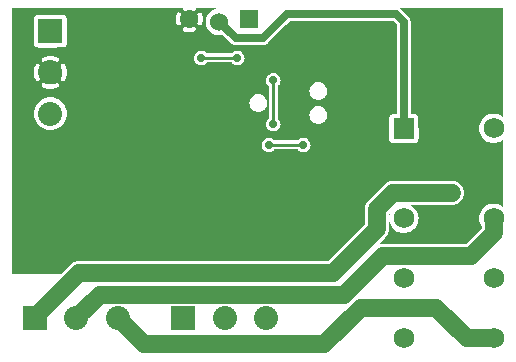
<source format=gbr>
G04 start of page 3 for group 1 idx 1 *
G04 Title: (unknown), bottom *
G04 Creator: pcb 4.0.2 *
G04 CreationDate: Wed Oct 14 23:21:47 2020 UTC *
G04 For: ndholmes *
G04 Format: Gerber/RS-274X *
G04 PCB-Dimensions (mil): 1700.00 1200.00 *
G04 PCB-Coordinate-Origin: lower left *
%MOIN*%
%FSLAX25Y25*%
%LNBOTTOM*%
%ADD35C,0.0390*%
%ADD34C,0.0380*%
%ADD33C,0.0472*%
%ADD32C,0.0130*%
%ADD31C,0.0280*%
%ADD30C,0.0680*%
%ADD29C,0.0800*%
%ADD28C,0.0400*%
%ADD27C,0.0100*%
%ADD26C,0.0250*%
%ADD25C,0.0600*%
%ADD24C,0.0001*%
G54D24*G36*
X19166Y103500D02*X22500D01*
Y89000D01*
X19166D01*
Y93810D01*
X19251Y93846D01*
X19352Y93908D01*
X19442Y93984D01*
X19518Y94074D01*
X19578Y94176D01*
X19795Y94645D01*
X19962Y95134D01*
X20082Y95637D01*
X20155Y96149D01*
X20179Y96665D01*
X20155Y97181D01*
X20082Y97693D01*
X19962Y98196D01*
X19795Y98685D01*
X19583Y99157D01*
X19522Y99258D01*
X19445Y99349D01*
X19355Y99426D01*
X19253Y99488D01*
X19166Y99525D01*
Y103500D01*
G37*
G36*
X14675D02*X19166D01*
Y99525D01*
X19144Y99534D01*
X19028Y99562D01*
X18910Y99571D01*
X18792Y99562D01*
X18676Y99535D01*
X18566Y99489D01*
X18465Y99427D01*
X18375Y99351D01*
X18297Y99260D01*
X18235Y99159D01*
X18189Y99050D01*
X18162Y98934D01*
X18152Y98816D01*
X18161Y98697D01*
X18189Y98582D01*
X18236Y98473D01*
X18394Y98133D01*
X18515Y97777D01*
X18603Y97412D01*
X18655Y97040D01*
X18673Y96665D01*
X18655Y96290D01*
X18603Y95918D01*
X18515Y95553D01*
X18394Y95197D01*
X18240Y94855D01*
X18193Y94747D01*
X18166Y94632D01*
X18156Y94514D01*
X18166Y94397D01*
X18194Y94282D01*
X18239Y94173D01*
X18301Y94072D01*
X18378Y93983D01*
X18468Y93906D01*
X18568Y93845D01*
X18677Y93800D01*
X18792Y93772D01*
X18910Y93763D01*
X19028Y93773D01*
X19142Y93800D01*
X19166Y93810D01*
Y89000D01*
X14675D01*
Y91159D01*
X15189Y91183D01*
X15701Y91256D01*
X16204Y91376D01*
X16693Y91543D01*
X17165Y91755D01*
X17266Y91816D01*
X17357Y91893D01*
X17434Y91983D01*
X17496Y92085D01*
X17542Y92194D01*
X17570Y92310D01*
X17579Y92428D01*
X17570Y92546D01*
X17543Y92662D01*
X17497Y92772D01*
X17435Y92873D01*
X17359Y92963D01*
X17268Y93041D01*
X17167Y93103D01*
X17058Y93149D01*
X16942Y93176D01*
X16824Y93186D01*
X16705Y93177D01*
X16590Y93149D01*
X16481Y93102D01*
X16141Y92944D01*
X15785Y92823D01*
X15420Y92735D01*
X15048Y92683D01*
X14675Y92665D01*
Y100665D01*
X15048Y100647D01*
X15420Y100595D01*
X15785Y100507D01*
X16141Y100386D01*
X16483Y100232D01*
X16591Y100185D01*
X16706Y100158D01*
X16824Y100148D01*
X16941Y100158D01*
X17056Y100186D01*
X17165Y100231D01*
X17266Y100293D01*
X17355Y100370D01*
X17432Y100460D01*
X17493Y100560D01*
X17538Y100669D01*
X17566Y100784D01*
X17575Y100902D01*
X17565Y101020D01*
X17538Y101134D01*
X17492Y101243D01*
X17430Y101344D01*
X17354Y101434D01*
X17264Y101510D01*
X17162Y101570D01*
X16693Y101787D01*
X16204Y101954D01*
X15701Y102074D01*
X15189Y102147D01*
X14675Y102171D01*
Y103500D01*
G37*
G36*
X10180D02*X14675D01*
Y102171D01*
X14673Y102171D01*
X14157Y102147D01*
X13645Y102074D01*
X13142Y101954D01*
X12653Y101787D01*
X12181Y101575D01*
X12080Y101514D01*
X11989Y101437D01*
X11912Y101347D01*
X11850Y101245D01*
X11804Y101136D01*
X11776Y101020D01*
X11767Y100902D01*
X11776Y100784D01*
X11803Y100668D01*
X11849Y100558D01*
X11911Y100457D01*
X11987Y100367D01*
X12078Y100289D01*
X12179Y100227D01*
X12288Y100181D01*
X12404Y100154D01*
X12522Y100144D01*
X12641Y100153D01*
X12756Y100181D01*
X12865Y100228D01*
X13205Y100386D01*
X13561Y100507D01*
X13926Y100595D01*
X14298Y100647D01*
X14673Y100665D01*
X14675Y100665D01*
Y92665D01*
X14673Y92665D01*
X14298Y92683D01*
X13926Y92735D01*
X13561Y92823D01*
X13205Y92944D01*
X12863Y93098D01*
X12755Y93145D01*
X12640Y93172D01*
X12522Y93182D01*
X12405Y93172D01*
X12290Y93144D01*
X12181Y93099D01*
X12080Y93037D01*
X11991Y92960D01*
X11914Y92870D01*
X11853Y92770D01*
X11808Y92661D01*
X11780Y92546D01*
X11771Y92428D01*
X11781Y92310D01*
X11808Y92196D01*
X11854Y92087D01*
X11916Y91986D01*
X11992Y91896D01*
X12082Y91820D01*
X12184Y91760D01*
X12653Y91543D01*
X13142Y91376D01*
X13645Y91256D01*
X14157Y91183D01*
X14673Y91159D01*
X14675Y91159D01*
Y89000D01*
X10180D01*
Y93805D01*
X10202Y93796D01*
X10318Y93768D01*
X10436Y93759D01*
X10554Y93768D01*
X10670Y93795D01*
X10780Y93841D01*
X10881Y93903D01*
X10971Y93979D01*
X11049Y94070D01*
X11111Y94171D01*
X11157Y94280D01*
X11184Y94396D01*
X11194Y94514D01*
X11185Y94633D01*
X11157Y94748D01*
X11110Y94857D01*
X10952Y95197D01*
X10831Y95553D01*
X10743Y95918D01*
X10691Y96290D01*
X10673Y96665D01*
X10691Y97040D01*
X10743Y97412D01*
X10831Y97777D01*
X10952Y98133D01*
X11106Y98475D01*
X11153Y98583D01*
X11180Y98698D01*
X11190Y98816D01*
X11180Y98933D01*
X11152Y99048D01*
X11107Y99157D01*
X11045Y99258D01*
X10968Y99347D01*
X10878Y99424D01*
X10778Y99485D01*
X10669Y99530D01*
X10554Y99558D01*
X10436Y99567D01*
X10318Y99557D01*
X10204Y99530D01*
X10180Y99520D01*
Y103500D01*
G37*
G36*
X7000D02*X10180D01*
Y99520D01*
X10095Y99484D01*
X9994Y99422D01*
X9904Y99346D01*
X9828Y99256D01*
X9768Y99154D01*
X9551Y98685D01*
X9384Y98196D01*
X9264Y97693D01*
X9191Y97181D01*
X9167Y96665D01*
X9191Y96149D01*
X9264Y95637D01*
X9384Y95134D01*
X9551Y94645D01*
X9763Y94173D01*
X9824Y94072D01*
X9901Y93981D01*
X9991Y93904D01*
X10093Y93842D01*
X10180Y93805D01*
Y89000D01*
X7000D01*
Y103500D01*
G37*
G36*
X61002Y117500D02*X61289Y117486D01*
X61575Y117444D01*
X61855Y117376D01*
X62128Y117280D01*
X62239Y117242D01*
X62356Y117225D01*
X62474Y117225D01*
X62591Y117245D01*
X62703Y117282D01*
X62807Y117336D01*
X62902Y117406D01*
X62985Y117491D01*
X63054Y117587D01*
X63107Y117692D01*
X63143Y117805D01*
X63160Y117921D01*
X63160Y118000D01*
X65000D01*
Y116450D01*
X64970Y116481D01*
X64875Y116551D01*
X64769Y116606D01*
X64657Y116643D01*
X64540Y116663D01*
X64421Y116664D01*
X64304Y116646D01*
X64191Y116610D01*
X64085Y116557D01*
X63988Y116488D01*
X63904Y116405D01*
X63833Y116309D01*
X63779Y116204D01*
X63741Y116092D01*
X63722Y115975D01*
X63721Y115856D01*
X63739Y115739D01*
X63777Y115626D01*
X63876Y115355D01*
X63944Y115075D01*
X63986Y114789D01*
X64000Y114500D01*
X63986Y114211D01*
X63944Y113925D01*
X63876Y113645D01*
X63780Y113372D01*
X63742Y113261D01*
X63725Y113144D01*
X63725Y113026D01*
X63745Y112909D01*
X63782Y112797D01*
X63836Y112693D01*
X63906Y112598D01*
X63991Y112515D01*
X64087Y112446D01*
X64192Y112393D01*
X64305Y112357D01*
X64421Y112340D01*
X64539Y112341D01*
X64656Y112360D01*
X64768Y112397D01*
X64873Y112452D01*
X64968Y112522D01*
X65000Y112555D01*
Y103907D01*
X64623Y103878D01*
X64256Y103790D01*
X63907Y103645D01*
X63585Y103448D01*
X63298Y103202D01*
X63052Y102915D01*
X62855Y102593D01*
X62710Y102244D01*
X62622Y101877D01*
X62593Y101500D01*
X62622Y101123D01*
X62710Y100756D01*
X62855Y100407D01*
X63052Y100085D01*
X63298Y99798D01*
X63585Y99552D01*
X63907Y99355D01*
X64256Y99210D01*
X64623Y99122D01*
X65000Y99093D01*
Y33750D01*
X61002D01*
Y109995D01*
X61433Y110016D01*
X61863Y110078D01*
X62284Y110182D01*
X62694Y110325D01*
X62800Y110378D01*
X62896Y110447D01*
X62981Y110530D01*
X63051Y110625D01*
X63106Y110731D01*
X63143Y110843D01*
X63163Y110960D01*
X63164Y111079D01*
X63146Y111196D01*
X63110Y111309D01*
X63057Y111415D01*
X62988Y111512D01*
X62905Y111596D01*
X62809Y111667D01*
X62704Y111721D01*
X62592Y111759D01*
X62475Y111778D01*
X62356Y111779D01*
X62239Y111761D01*
X62126Y111723D01*
X61855Y111624D01*
X61575Y111556D01*
X61289Y111514D01*
X61002Y111500D01*
Y117500D01*
G37*
G36*
X57387Y118000D02*X58837D01*
X58836Y117921D01*
X58854Y117804D01*
X58890Y117691D01*
X58943Y117585D01*
X59012Y117488D01*
X59095Y117404D01*
X59191Y117333D01*
X59296Y117279D01*
X59408Y117241D01*
X59525Y117222D01*
X59644Y117221D01*
X59761Y117239D01*
X59874Y117277D01*
X60145Y117376D01*
X60425Y117444D01*
X60711Y117486D01*
X61000Y117500D01*
X61002Y117500D01*
Y111500D01*
X61000Y111500D01*
X60711Y111514D01*
X60425Y111556D01*
X60145Y111624D01*
X59872Y111720D01*
X59761Y111758D01*
X59644Y111775D01*
X59526Y111775D01*
X59409Y111755D01*
X59297Y111718D01*
X59193Y111664D01*
X59098Y111594D01*
X59015Y111509D01*
X58946Y111413D01*
X58893Y111308D01*
X58857Y111195D01*
X58840Y111079D01*
X58841Y110961D01*
X58860Y110844D01*
X58897Y110732D01*
X58952Y110627D01*
X59022Y110532D01*
X59106Y110449D01*
X59202Y110381D01*
X59308Y110330D01*
X59716Y110182D01*
X60137Y110078D01*
X60567Y110016D01*
X61000Y109995D01*
X61002Y109995D01*
Y33750D01*
X57387D01*
Y112349D01*
X57460Y112337D01*
X57579Y112336D01*
X57696Y112354D01*
X57809Y112390D01*
X57915Y112443D01*
X58012Y112512D01*
X58096Y112595D01*
X58167Y112691D01*
X58221Y112796D01*
X58259Y112908D01*
X58278Y113025D01*
X58279Y113144D01*
X58261Y113261D01*
X58223Y113374D01*
X58124Y113645D01*
X58056Y113925D01*
X58014Y114211D01*
X58000Y114500D01*
X58014Y114789D01*
X58056Y115075D01*
X58124Y115355D01*
X58220Y115628D01*
X58258Y115739D01*
X58275Y115856D01*
X58275Y115974D01*
X58255Y116091D01*
X58218Y116203D01*
X58164Y116307D01*
X58094Y116402D01*
X58009Y116485D01*
X57913Y116554D01*
X57808Y116607D01*
X57695Y116643D01*
X57579Y116660D01*
X57461Y116659D01*
X57387Y116647D01*
Y118000D01*
G37*
G36*
X19166D02*X57387D01*
Y116647D01*
X57344Y116640D01*
X57232Y116603D01*
X57127Y116548D01*
X57032Y116478D01*
X56949Y116394D01*
X56881Y116298D01*
X56830Y116192D01*
X56682Y115784D01*
X56578Y115363D01*
X56516Y114933D01*
X56495Y114500D01*
X56516Y114067D01*
X56578Y113637D01*
X56682Y113216D01*
X56825Y112806D01*
X56878Y112700D01*
X56947Y112604D01*
X57030Y112519D01*
X57125Y112449D01*
X57231Y112394D01*
X57343Y112357D01*
X57387Y112349D01*
Y33750D01*
X24407D01*
X24250Y33762D01*
X23622Y33713D01*
X23010Y33566D01*
X22428Y33325D01*
X21892Y32996D01*
X21892Y32996D01*
X21413Y32587D01*
X21311Y32468D01*
X19166Y30322D01*
Y79691D01*
X19589Y80381D01*
X19920Y81181D01*
X20122Y82023D01*
X20173Y82886D01*
X20122Y83749D01*
X19920Y84591D01*
X19589Y85391D01*
X19166Y86081D01*
Y93810D01*
X19251Y93846D01*
X19352Y93908D01*
X19442Y93984D01*
X19518Y94074D01*
X19578Y94176D01*
X19795Y94645D01*
X19962Y95134D01*
X20082Y95637D01*
X20155Y96149D01*
X20179Y96665D01*
X20155Y97181D01*
X20082Y97693D01*
X19962Y98196D01*
X19795Y98685D01*
X19583Y99157D01*
X19522Y99258D01*
X19445Y99349D01*
X19355Y99426D01*
X19253Y99488D01*
X19166Y99525D01*
Y105025D01*
X19356Y105104D01*
X19557Y105228D01*
X19737Y105381D01*
X19890Y105561D01*
X20014Y105762D01*
X20104Y105980D01*
X20159Y106210D01*
X20173Y106445D01*
X20159Y114680D01*
X20104Y114910D01*
X20014Y115128D01*
X19890Y115329D01*
X19737Y115509D01*
X19557Y115662D01*
X19356Y115786D01*
X19166Y115865D01*
Y118000D01*
G37*
G36*
Y86081D02*X19136Y86129D01*
X18574Y86787D01*
X17916Y87349D01*
X17178Y87802D01*
X16378Y88133D01*
X15536Y88335D01*
X14673Y88403D01*
Y91159D01*
X15189Y91183D01*
X15701Y91256D01*
X16204Y91376D01*
X16693Y91543D01*
X17165Y91755D01*
X17266Y91816D01*
X17357Y91893D01*
X17434Y91983D01*
X17496Y92085D01*
X17542Y92194D01*
X17570Y92310D01*
X17579Y92428D01*
X17570Y92546D01*
X17543Y92662D01*
X17497Y92772D01*
X17435Y92873D01*
X17359Y92963D01*
X17268Y93041D01*
X17167Y93103D01*
X17058Y93149D01*
X16942Y93176D01*
X16824Y93186D01*
X16705Y93177D01*
X16590Y93149D01*
X16481Y93102D01*
X16141Y92944D01*
X15785Y92823D01*
X15420Y92735D01*
X15048Y92683D01*
X14673Y92665D01*
Y100665D01*
X15048Y100647D01*
X15420Y100595D01*
X15785Y100507D01*
X16141Y100386D01*
X16483Y100232D01*
X16591Y100185D01*
X16706Y100158D01*
X16824Y100148D01*
X16941Y100158D01*
X17056Y100186D01*
X17165Y100231D01*
X17266Y100293D01*
X17355Y100370D01*
X17432Y100460D01*
X17493Y100560D01*
X17538Y100669D01*
X17566Y100784D01*
X17575Y100902D01*
X17565Y101020D01*
X17538Y101134D01*
X17492Y101243D01*
X17430Y101344D01*
X17354Y101434D01*
X17264Y101510D01*
X17162Y101570D01*
X16693Y101787D01*
X16204Y101954D01*
X15701Y102074D01*
X15189Y102147D01*
X14673Y102171D01*
Y104952D01*
X18908Y104959D01*
X19138Y105014D01*
X19166Y105025D01*
Y99525D01*
X19144Y99534D01*
X19028Y99562D01*
X18910Y99571D01*
X18792Y99562D01*
X18676Y99535D01*
X18566Y99489D01*
X18465Y99427D01*
X18375Y99351D01*
X18297Y99260D01*
X18235Y99159D01*
X18189Y99050D01*
X18162Y98934D01*
X18152Y98816D01*
X18161Y98697D01*
X18189Y98582D01*
X18236Y98473D01*
X18394Y98133D01*
X18515Y97777D01*
X18603Y97412D01*
X18655Y97040D01*
X18673Y96665D01*
X18655Y96290D01*
X18603Y95918D01*
X18515Y95553D01*
X18394Y95197D01*
X18240Y94855D01*
X18193Y94747D01*
X18166Y94632D01*
X18156Y94514D01*
X18166Y94397D01*
X18194Y94282D01*
X18239Y94173D01*
X18301Y94072D01*
X18378Y93983D01*
X18468Y93906D01*
X18568Y93845D01*
X18677Y93800D01*
X18792Y93772D01*
X18910Y93763D01*
X19028Y93773D01*
X19142Y93800D01*
X19166Y93810D01*
Y86081D01*
G37*
G36*
Y30322D02*X18343Y29500D01*
X14673D01*
Y77369D01*
X15536Y77437D01*
X16378Y77639D01*
X17178Y77970D01*
X17916Y78423D01*
X18574Y78985D01*
X19136Y79643D01*
X19166Y79691D01*
Y30322D01*
G37*
G36*
X14673Y118000D02*X19166D01*
Y115865D01*
X19138Y115876D01*
X18908Y115931D01*
X18673Y115945D01*
X14673Y115938D01*
Y118000D01*
G37*
G36*
X10180Y79691D02*X10210Y79643D01*
X10772Y78985D01*
X11430Y78423D01*
X12168Y77970D01*
X12968Y77639D01*
X13810Y77437D01*
X14673Y77369D01*
Y29500D01*
X10180D01*
Y79691D01*
G37*
G36*
Y105025D02*X10208Y105014D01*
X10438Y104959D01*
X10673Y104945D01*
X14673Y104952D01*
Y102171D01*
X14673D01*
X14157Y102147D01*
X13645Y102074D01*
X13142Y101954D01*
X12653Y101787D01*
X12181Y101575D01*
X12080Y101514D01*
X11989Y101437D01*
X11912Y101347D01*
X11850Y101245D01*
X11804Y101136D01*
X11776Y101020D01*
X11767Y100902D01*
X11776Y100784D01*
X11803Y100668D01*
X11849Y100558D01*
X11911Y100457D01*
X11987Y100367D01*
X12078Y100289D01*
X12179Y100227D01*
X12288Y100181D01*
X12404Y100154D01*
X12522Y100144D01*
X12641Y100153D01*
X12756Y100181D01*
X12865Y100228D01*
X13205Y100386D01*
X13561Y100507D01*
X13926Y100595D01*
X14298Y100647D01*
X14673Y100665D01*
Y92665D01*
X14298Y92683D01*
X13926Y92735D01*
X13561Y92823D01*
X13205Y92944D01*
X12863Y93098D01*
X12755Y93145D01*
X12640Y93172D01*
X12522Y93182D01*
X12405Y93172D01*
X12290Y93144D01*
X12181Y93099D01*
X12080Y93037D01*
X11991Y92960D01*
X11914Y92870D01*
X11853Y92770D01*
X11808Y92661D01*
X11780Y92546D01*
X11771Y92428D01*
X11781Y92310D01*
X11808Y92196D01*
X11854Y92087D01*
X11916Y91986D01*
X11992Y91896D01*
X12082Y91820D01*
X12184Y91760D01*
X12653Y91543D01*
X13142Y91376D01*
X13645Y91256D01*
X14157Y91183D01*
X14673Y91159D01*
X14673D01*
Y88403D01*
X13810Y88335D01*
X12968Y88133D01*
X12168Y87802D01*
X11430Y87349D01*
X10772Y86787D01*
X10210Y86129D01*
X10180Y86081D01*
Y93805D01*
X10202Y93796D01*
X10318Y93768D01*
X10436Y93759D01*
X10554Y93768D01*
X10670Y93795D01*
X10780Y93841D01*
X10881Y93903D01*
X10971Y93979D01*
X11049Y94070D01*
X11111Y94171D01*
X11157Y94280D01*
X11184Y94396D01*
X11194Y94514D01*
X11185Y94633D01*
X11157Y94748D01*
X11110Y94857D01*
X10952Y95197D01*
X10831Y95553D01*
X10743Y95918D01*
X10691Y96290D01*
X10673Y96665D01*
X10691Y97040D01*
X10743Y97412D01*
X10831Y97777D01*
X10952Y98133D01*
X11106Y98475D01*
X11153Y98583D01*
X11180Y98698D01*
X11190Y98816D01*
X11180Y98933D01*
X11152Y99048D01*
X11107Y99157D01*
X11045Y99258D01*
X10968Y99347D01*
X10878Y99424D01*
X10778Y99485D01*
X10669Y99530D01*
X10554Y99558D01*
X10436Y99567D01*
X10318Y99557D01*
X10204Y99530D01*
X10180Y99520D01*
Y105025D01*
G37*
G36*
Y118000D02*X14673D01*
Y115938D01*
X10438Y115931D01*
X10208Y115876D01*
X10180Y115865D01*
Y118000D01*
G37*
G36*
X2000D02*X10180D01*
Y115865D01*
X9990Y115786D01*
X9789Y115662D01*
X9609Y115509D01*
X9456Y115329D01*
X9332Y115128D01*
X9242Y114910D01*
X9187Y114680D01*
X9173Y114445D01*
X9187Y106210D01*
X9242Y105980D01*
X9332Y105762D01*
X9456Y105561D01*
X9609Y105381D01*
X9789Y105228D01*
X9990Y105104D01*
X10180Y105025D01*
Y99520D01*
X10095Y99484D01*
X9994Y99422D01*
X9904Y99346D01*
X9828Y99256D01*
X9768Y99154D01*
X9551Y98685D01*
X9384Y98196D01*
X9264Y97693D01*
X9191Y97181D01*
X9167Y96665D01*
X9191Y96149D01*
X9264Y95637D01*
X9384Y95134D01*
X9551Y94645D01*
X9763Y94173D01*
X9824Y94072D01*
X9901Y93981D01*
X9991Y93904D01*
X10093Y93842D01*
X10180Y93805D01*
Y86081D01*
X9757Y85391D01*
X9426Y84591D01*
X9224Y83749D01*
X9156Y82886D01*
X9224Y82023D01*
X9426Y81181D01*
X9757Y80381D01*
X10180Y79691D01*
Y29500D01*
X2000D01*
Y118000D01*
G37*
G36*
X103995Y113750D02*X129068D01*
X130250Y112568D01*
Y82889D01*
X128865Y82886D01*
X128635Y82831D01*
X128417Y82741D01*
X128216Y82617D01*
X128036Y82464D01*
X127883Y82284D01*
X127759Y82083D01*
X127669Y81865D01*
X127614Y81635D01*
X127600Y81400D01*
X127614Y74365D01*
X127669Y74135D01*
X127759Y73917D01*
X127883Y73716D01*
X128036Y73536D01*
X128216Y73383D01*
X128417Y73259D01*
X128635Y73169D01*
X128865Y73114D01*
X129100Y73100D01*
X136135Y73114D01*
X136365Y73169D01*
X136583Y73259D01*
X136784Y73383D01*
X136964Y73536D01*
X137117Y73716D01*
X137241Y73917D01*
X137331Y74135D01*
X137386Y74365D01*
X137400Y74600D01*
X137386Y81635D01*
X137331Y81865D01*
X137241Y82083D01*
X137117Y82284D01*
X136964Y82464D01*
X136784Y82617D01*
X136583Y82741D01*
X136365Y82831D01*
X136135Y82886D01*
X135900Y82900D01*
X134750Y82898D01*
Y113412D01*
X134757Y113500D01*
X134729Y113853D01*
X134646Y114197D01*
X134607Y114293D01*
X134511Y114525D01*
X134396Y114712D01*
X134326Y114827D01*
X134326Y114827D01*
X134096Y115096D01*
X134029Y115153D01*
X132185Y116997D01*
X132145Y117093D01*
X131948Y117415D01*
X131702Y117702D01*
X131415Y117948D01*
X131330Y118000D01*
X165500D01*
Y81882D01*
X165389Y81976D01*
X164731Y82379D01*
X164019Y82675D01*
X163269Y82855D01*
X162500Y82915D01*
X161731Y82855D01*
X160981Y82675D01*
X160269Y82379D01*
X159611Y81976D01*
X159024Y81476D01*
X158524Y80889D01*
X158121Y80231D01*
X157825Y79519D01*
X157645Y78769D01*
X157585Y78000D01*
X157645Y77231D01*
X157825Y76481D01*
X158121Y75769D01*
X158524Y75111D01*
X159024Y74524D01*
X159611Y74024D01*
X160269Y73621D01*
X160981Y73325D01*
X161731Y73145D01*
X162500Y73085D01*
X163269Y73145D01*
X164019Y73325D01*
X164731Y73621D01*
X165389Y74024D01*
X165500Y74118D01*
Y51882D01*
X165389Y51976D01*
X164731Y52379D01*
X164019Y52675D01*
X163269Y52855D01*
X162500Y52915D01*
X161731Y52855D01*
X160981Y52675D01*
X160269Y52379D01*
X159611Y51976D01*
X159024Y51476D01*
X158524Y50889D01*
X158121Y50231D01*
X157825Y49519D01*
X157645Y48769D01*
X157585Y48000D01*
X157645Y47231D01*
X157825Y46481D01*
X158121Y45769D01*
X158500Y45149D01*
Y44657D01*
X153343Y39500D01*
X125657D01*
X125500Y39512D01*
X124872Y39463D01*
X124260Y39316D01*
X123770Y39113D01*
X126218Y41561D01*
X126337Y41663D01*
X126746Y42141D01*
X126746Y42142D01*
X127075Y42678D01*
X127316Y43260D01*
X127463Y43872D01*
X127512Y44500D01*
X127500Y44657D01*
Y49343D01*
X127931Y49774D01*
X127825Y49519D01*
X127645Y48769D01*
X127585Y48000D01*
X127645Y47231D01*
X127825Y46481D01*
X128121Y45769D01*
X128524Y45111D01*
X129024Y44524D01*
X129611Y44024D01*
X130269Y43621D01*
X130981Y43325D01*
X131731Y43145D01*
X132500Y43085D01*
X133269Y43145D01*
X134019Y43325D01*
X134731Y43621D01*
X135389Y44024D01*
X135976Y44524D01*
X136476Y45111D01*
X136879Y45769D01*
X137175Y46481D01*
X137355Y47231D01*
X137400Y48000D01*
X137355Y48769D01*
X137175Y49519D01*
X136879Y50231D01*
X136476Y50889D01*
X135976Y51476D01*
X135389Y51976D01*
X134731Y52379D01*
X134440Y52500D01*
X146500D01*
X147000Y52530D01*
X147500Y52500D01*
X148500D01*
X149128Y52537D01*
X149740Y52684D01*
X150322Y52925D01*
X150858Y53254D01*
X151337Y53663D01*
X151746Y54142D01*
X152075Y54678D01*
X152316Y55260D01*
X152463Y55872D01*
X152512Y56500D01*
X152463Y57128D01*
X152316Y57740D01*
X152075Y58322D01*
X151746Y58858D01*
X151337Y59337D01*
X150858Y59746D01*
X150322Y60075D01*
X149740Y60316D01*
X149128Y60463D01*
X148500Y60500D01*
X147500D01*
X147000Y60470D01*
X146500Y60500D01*
X129157D01*
X129000Y60512D01*
X128372Y60463D01*
X127760Y60316D01*
X127178Y60075D01*
X126642Y59746D01*
X126641Y59746D01*
X126163Y59337D01*
X126061Y59218D01*
X120782Y53939D01*
X120663Y53837D01*
X120254Y53358D01*
X119925Y52822D01*
X119684Y52240D01*
X119537Y51628D01*
X119488Y51000D01*
X119500Y50843D01*
Y46157D01*
X107093Y33750D01*
X103995D01*
Y79541D01*
X104000Y79541D01*
X104463Y79577D01*
X104914Y79686D01*
X105343Y79863D01*
X105739Y80106D01*
X106092Y80408D01*
X106394Y80761D01*
X106637Y81157D01*
X106814Y81586D01*
X106923Y82037D01*
X106950Y82500D01*
X106923Y82963D01*
X106814Y83414D01*
X106637Y83843D01*
X106394Y84239D01*
X106092Y84592D01*
X105739Y84894D01*
X105343Y85137D01*
X104914Y85314D01*
X104463Y85423D01*
X104000Y85459D01*
X103995Y85459D01*
Y87541D01*
X104000Y87541D01*
X104463Y87577D01*
X104914Y87686D01*
X105343Y87863D01*
X105739Y88106D01*
X106092Y88408D01*
X106394Y88761D01*
X106637Y89157D01*
X106814Y89586D01*
X106923Y90037D01*
X106950Y90500D01*
X106923Y90963D01*
X106814Y91414D01*
X106637Y91843D01*
X106394Y92239D01*
X106092Y92592D01*
X105739Y92894D01*
X105343Y93137D01*
X104914Y93314D01*
X104463Y93423D01*
X104000Y93459D01*
X103995Y93459D01*
Y113750D01*
G37*
G36*
X93246Y112564D02*X94432Y113750D01*
X103995D01*
Y93459D01*
X103537Y93423D01*
X103086Y93314D01*
X102657Y93137D01*
X102261Y92894D01*
X101908Y92592D01*
X101606Y92239D01*
X101363Y91843D01*
X101186Y91414D01*
X101077Y90963D01*
X101041Y90500D01*
X101077Y90037D01*
X101186Y89586D01*
X101363Y89157D01*
X101606Y88761D01*
X101908Y88408D01*
X102261Y88106D01*
X102657Y87863D01*
X103086Y87686D01*
X103537Y87577D01*
X103995Y87541D01*
Y85459D01*
X103537Y85423D01*
X103086Y85314D01*
X102657Y85137D01*
X102261Y84894D01*
X101908Y84592D01*
X101606Y84239D01*
X101363Y83843D01*
X101186Y83414D01*
X101077Y82963D01*
X101041Y82500D01*
X101077Y82037D01*
X101186Y81586D01*
X101363Y81157D01*
X101606Y80761D01*
X101908Y80408D01*
X102261Y80106D01*
X102657Y79863D01*
X103086Y79686D01*
X103537Y79577D01*
X103995Y79541D01*
Y33750D01*
X93246D01*
Y71000D01*
X97125D01*
X97298Y70798D01*
X97585Y70552D01*
X97907Y70355D01*
X98256Y70210D01*
X98623Y70122D01*
X99000Y70093D01*
X99377Y70122D01*
X99744Y70210D01*
X100093Y70355D01*
X100415Y70552D01*
X100702Y70798D01*
X100948Y71085D01*
X101145Y71407D01*
X101290Y71756D01*
X101378Y72123D01*
X101400Y72500D01*
X101378Y72877D01*
X101290Y73244D01*
X101145Y73593D01*
X100948Y73915D01*
X100702Y74202D01*
X100415Y74448D01*
X100093Y74645D01*
X99744Y74790D01*
X99377Y74878D01*
X99000Y74907D01*
X98623Y74878D01*
X98256Y74790D01*
X97907Y74645D01*
X97585Y74448D01*
X97298Y74202D01*
X97125Y74000D01*
X93246D01*
Y112564D01*
G37*
G36*
X88996Y70622D02*X89202Y70798D01*
X89375Y71000D01*
X93246D01*
Y33750D01*
X88996D01*
Y70622D01*
G37*
G36*
Y108314D02*X93246Y112564D01*
Y74000D01*
X89375D01*
X89202Y74202D01*
X88996Y74378D01*
Y77093D01*
X89000Y77093D01*
X89377Y77122D01*
X89744Y77210D01*
X90093Y77355D01*
X90415Y77552D01*
X90702Y77798D01*
X90948Y78085D01*
X91145Y78407D01*
X91290Y78756D01*
X91378Y79123D01*
X91400Y79500D01*
X91378Y79877D01*
X91290Y80244D01*
X91145Y80593D01*
X90948Y80915D01*
X90702Y81202D01*
X90500Y81375D01*
Y92125D01*
X90702Y92298D01*
X90948Y92585D01*
X91145Y92907D01*
X91290Y93256D01*
X91378Y93623D01*
X91400Y94000D01*
X91378Y94377D01*
X91290Y94744D01*
X91145Y95093D01*
X90948Y95415D01*
X90702Y95702D01*
X90415Y95948D01*
X90093Y96145D01*
X89744Y96290D01*
X89377Y96378D01*
X89000Y96407D01*
X88996Y96407D01*
Y108314D01*
G37*
G36*
X83995Y105750D02*X85412D01*
X85500Y105743D01*
X85853Y105771D01*
X85853Y105771D01*
X86197Y105854D01*
X86525Y105989D01*
X86827Y106174D01*
X87096Y106404D01*
X87153Y106471D01*
X88996Y108314D01*
Y96407D01*
X88623Y96378D01*
X88256Y96290D01*
X87907Y96145D01*
X87585Y95948D01*
X87298Y95702D01*
X87052Y95415D01*
X86855Y95093D01*
X86710Y94744D01*
X86622Y94377D01*
X86593Y94000D01*
X86622Y93623D01*
X86710Y93256D01*
X86855Y92907D01*
X87052Y92585D01*
X87298Y92298D01*
X87500Y92125D01*
Y81375D01*
X87298Y81202D01*
X87052Y80915D01*
X86855Y80593D01*
X86710Y80244D01*
X86622Y79877D01*
X86593Y79500D01*
X86622Y79123D01*
X86710Y78756D01*
X86855Y78407D01*
X87052Y78085D01*
X87298Y77798D01*
X87585Y77552D01*
X87907Y77355D01*
X88256Y77210D01*
X88623Y77122D01*
X88996Y77093D01*
Y74378D01*
X88915Y74448D01*
X88593Y74645D01*
X88244Y74790D01*
X87877Y74878D01*
X87500Y74907D01*
X87123Y74878D01*
X86756Y74790D01*
X86407Y74645D01*
X86085Y74448D01*
X85798Y74202D01*
X85552Y73915D01*
X85355Y73593D01*
X85210Y73244D01*
X85122Y72877D01*
X85093Y72500D01*
X85122Y72123D01*
X85210Y71756D01*
X85355Y71407D01*
X85552Y71085D01*
X85798Y70798D01*
X86085Y70552D01*
X86407Y70355D01*
X86756Y70210D01*
X87123Y70122D01*
X87500Y70093D01*
X87877Y70122D01*
X88244Y70210D01*
X88593Y70355D01*
X88915Y70552D01*
X88996Y70622D01*
Y33750D01*
X83995D01*
Y83541D01*
X84000Y83541D01*
X84463Y83577D01*
X84914Y83686D01*
X85343Y83863D01*
X85739Y84106D01*
X86092Y84408D01*
X86394Y84761D01*
X86637Y85157D01*
X86814Y85586D01*
X86923Y86037D01*
X86950Y86500D01*
X86923Y86963D01*
X86814Y87414D01*
X86637Y87843D01*
X86394Y88239D01*
X86092Y88592D01*
X85739Y88894D01*
X85343Y89137D01*
X84914Y89314D01*
X84463Y89423D01*
X84000Y89459D01*
X83995Y89459D01*
Y105750D01*
G37*
G36*
X70996Y108986D02*X71000Y108986D01*
X71706Y109042D01*
X72166Y109152D01*
X74847Y106471D01*
X74904Y106404D01*
X75173Y106174D01*
X75173Y106174D01*
X75361Y106059D01*
X75475Y105989D01*
X75803Y105854D01*
X76147Y105771D01*
X76147D01*
X76500Y105743D01*
X76588Y105750D01*
X83995D01*
Y89459D01*
X83537Y89423D01*
X83086Y89314D01*
X82657Y89137D01*
X82261Y88894D01*
X81908Y88592D01*
X81606Y88239D01*
X81363Y87843D01*
X81186Y87414D01*
X81077Y86963D01*
X81041Y86500D01*
X81077Y86037D01*
X81186Y85586D01*
X81363Y85157D01*
X81606Y84761D01*
X81908Y84408D01*
X82261Y84106D01*
X82657Y83863D01*
X83086Y83686D01*
X83537Y83577D01*
X83995Y83541D01*
Y33750D01*
X70996D01*
Y100000D01*
X75125D01*
X75298Y99798D01*
X75585Y99552D01*
X75907Y99355D01*
X76256Y99210D01*
X76623Y99122D01*
X77000Y99093D01*
X77377Y99122D01*
X77744Y99210D01*
X78093Y99355D01*
X78415Y99552D01*
X78702Y99798D01*
X78948Y100085D01*
X79145Y100407D01*
X79290Y100756D01*
X79378Y101123D01*
X79400Y101500D01*
X79378Y101877D01*
X79290Y102244D01*
X79145Y102593D01*
X78948Y102915D01*
X78702Y103202D01*
X78415Y103448D01*
X78093Y103645D01*
X77744Y103790D01*
X77377Y103878D01*
X77000Y103907D01*
X76623Y103878D01*
X76256Y103790D01*
X75907Y103645D01*
X75585Y103448D01*
X75298Y103202D01*
X75125Y103000D01*
X70996D01*
Y108986D01*
G37*
G36*
X64613Y99125D02*X64623Y99122D01*
X65000Y99093D01*
X65377Y99122D01*
X65744Y99210D01*
X66093Y99355D01*
X66415Y99552D01*
X66702Y99798D01*
X66875Y100000D01*
X70996D01*
Y33750D01*
X64613D01*
Y99125D01*
G37*
G36*
Y118000D02*X70824D01*
X70294Y117958D01*
X69605Y117793D01*
X68951Y117522D01*
X68347Y117152D01*
X67808Y116692D01*
X67348Y116153D01*
X66978Y115549D01*
X66707Y114895D01*
X66542Y114206D01*
X66486Y113500D01*
X66542Y112794D01*
X66707Y112105D01*
X66978Y111451D01*
X67348Y110847D01*
X67808Y110308D01*
X68347Y109848D01*
X68951Y109478D01*
X69605Y109207D01*
X70294Y109042D01*
X70996Y108986D01*
Y103000D01*
X66875D01*
X66702Y103202D01*
X66415Y103448D01*
X66093Y103645D01*
X65744Y103790D01*
X65377Y103878D01*
X65000Y103907D01*
X64623Y103878D01*
X64613Y103875D01*
Y112353D01*
X64656Y112360D01*
X64768Y112397D01*
X64873Y112452D01*
X64968Y112522D01*
X65051Y112606D01*
X65119Y112702D01*
X65170Y112808D01*
X65318Y113216D01*
X65422Y113637D01*
X65484Y114067D01*
X65505Y114500D01*
X65484Y114933D01*
X65422Y115363D01*
X65318Y115784D01*
X65175Y116194D01*
X65122Y116300D01*
X65053Y116396D01*
X64970Y116481D01*
X64875Y116551D01*
X64769Y116606D01*
X64657Y116643D01*
X64613Y116651D01*
Y118000D01*
G37*
G36*
X61002Y117500D02*X61289Y117486D01*
X61575Y117444D01*
X61855Y117376D01*
X62128Y117280D01*
X62239Y117242D01*
X62356Y117225D01*
X62474Y117225D01*
X62591Y117245D01*
X62703Y117282D01*
X62807Y117336D01*
X62902Y117406D01*
X62985Y117491D01*
X63054Y117587D01*
X63107Y117692D01*
X63143Y117805D01*
X63160Y117921D01*
X63160Y118000D01*
X64613D01*
Y116651D01*
X64540Y116663D01*
X64421Y116664D01*
X64304Y116646D01*
X64191Y116610D01*
X64085Y116557D01*
X63988Y116488D01*
X63904Y116405D01*
X63833Y116309D01*
X63779Y116204D01*
X63741Y116092D01*
X63722Y115975D01*
X63721Y115856D01*
X63739Y115739D01*
X63777Y115626D01*
X63876Y115355D01*
X63944Y115075D01*
X63986Y114789D01*
X64000Y114500D01*
X63986Y114211D01*
X63944Y113925D01*
X63876Y113645D01*
X63780Y113372D01*
X63742Y113261D01*
X63725Y113144D01*
X63725Y113026D01*
X63745Y112909D01*
X63782Y112797D01*
X63836Y112693D01*
X63906Y112598D01*
X63991Y112515D01*
X64087Y112446D01*
X64192Y112393D01*
X64305Y112357D01*
X64421Y112340D01*
X64539Y112341D01*
X64613Y112353D01*
Y103875D01*
X64256Y103790D01*
X63907Y103645D01*
X63585Y103448D01*
X63298Y103202D01*
X63052Y102915D01*
X62855Y102593D01*
X62710Y102244D01*
X62622Y101877D01*
X62593Y101500D01*
X62622Y101123D01*
X62710Y100756D01*
X62855Y100407D01*
X63052Y100085D01*
X63298Y99798D01*
X63585Y99552D01*
X63907Y99355D01*
X64256Y99210D01*
X64613Y99125D01*
Y33750D01*
X61002D01*
Y109995D01*
X61433Y110016D01*
X61863Y110078D01*
X62284Y110182D01*
X62694Y110325D01*
X62800Y110378D01*
X62896Y110447D01*
X62981Y110530D01*
X63051Y110625D01*
X63106Y110731D01*
X63143Y110843D01*
X63163Y110960D01*
X63164Y111079D01*
X63146Y111196D01*
X63110Y111309D01*
X63057Y111415D01*
X62988Y111512D01*
X62905Y111596D01*
X62809Y111667D01*
X62704Y111721D01*
X62592Y111759D01*
X62475Y111778D01*
X62356Y111779D01*
X62239Y111761D01*
X62126Y111723D01*
X61855Y111624D01*
X61575Y111556D01*
X61289Y111514D01*
X61002Y111500D01*
Y117500D01*
G37*
G36*
X57387Y118000D02*X58837D01*
X58836Y117921D01*
X58854Y117804D01*
X58890Y117691D01*
X58943Y117585D01*
X59012Y117488D01*
X59095Y117404D01*
X59191Y117333D01*
X59296Y117279D01*
X59408Y117241D01*
X59525Y117222D01*
X59644Y117221D01*
X59761Y117239D01*
X59874Y117277D01*
X60145Y117376D01*
X60425Y117444D01*
X60711Y117486D01*
X61000Y117500D01*
X61002Y117500D01*
Y111500D01*
X61000Y111500D01*
X60711Y111514D01*
X60425Y111556D01*
X60145Y111624D01*
X59872Y111720D01*
X59761Y111758D01*
X59644Y111775D01*
X59526Y111775D01*
X59409Y111755D01*
X59297Y111718D01*
X59193Y111664D01*
X59098Y111594D01*
X59015Y111509D01*
X58946Y111413D01*
X58893Y111308D01*
X58857Y111195D01*
X58840Y111079D01*
X58841Y110961D01*
X58860Y110844D01*
X58897Y110732D01*
X58952Y110627D01*
X59022Y110532D01*
X59106Y110449D01*
X59202Y110381D01*
X59308Y110330D01*
X59716Y110182D01*
X60137Y110078D01*
X60567Y110016D01*
X61000Y109995D01*
X61002Y109995D01*
Y33750D01*
X57387D01*
Y112349D01*
X57460Y112337D01*
X57579Y112336D01*
X57696Y112354D01*
X57809Y112390D01*
X57915Y112443D01*
X58012Y112512D01*
X58096Y112595D01*
X58167Y112691D01*
X58221Y112796D01*
X58259Y112908D01*
X58278Y113025D01*
X58279Y113144D01*
X58261Y113261D01*
X58223Y113374D01*
X58124Y113645D01*
X58056Y113925D01*
X58014Y114211D01*
X58000Y114500D01*
X58014Y114789D01*
X58056Y115075D01*
X58124Y115355D01*
X58220Y115628D01*
X58258Y115739D01*
X58275Y115856D01*
X58275Y115974D01*
X58255Y116091D01*
X58218Y116203D01*
X58164Y116307D01*
X58094Y116402D01*
X58009Y116485D01*
X57913Y116554D01*
X57808Y116607D01*
X57695Y116643D01*
X57579Y116660D01*
X57461Y116659D01*
X57387Y116647D01*
Y118000D01*
G37*
G36*
X47000D02*X57387D01*
Y116647D01*
X57344Y116640D01*
X57232Y116603D01*
X57127Y116548D01*
X57032Y116478D01*
X56949Y116394D01*
X56881Y116298D01*
X56830Y116192D01*
X56682Y115784D01*
X56578Y115363D01*
X56516Y114933D01*
X56495Y114500D01*
X56516Y114067D01*
X56578Y113637D01*
X56682Y113216D01*
X56825Y112806D01*
X56878Y112700D01*
X56947Y112604D01*
X57030Y112519D01*
X57125Y112449D01*
X57231Y112394D01*
X57343Y112357D01*
X57387Y112349D01*
Y33750D01*
X47000D01*
Y118000D01*
G37*
G54D25*X155000Y35500D02*X125500D01*
X162500Y48000D02*Y43000D01*
X155000Y35500D01*
X146500Y56500D02*X129000D01*
X123500Y51000D01*
X147500Y56500D02*X148500D01*
G54D26*X132500Y78000D02*Y113500D01*
X130000Y116000D01*
X93500D01*
X85500Y108000D01*
G54D27*X89000Y79500D02*Y94000D01*
G54D26*X85500Y108000D02*X76500D01*
X71000Y113500D01*
G54D27*X77000Y101500D02*X65000D01*
X87500Y72500D02*X99000D01*
G54D28*X37000Y14787D02*X37114Y14673D01*
G54D25*X106000Y6000D02*X45787D01*
X37114Y14673D01*
X162500Y8000D02*X153500D01*
X143250Y18250D01*
X118250D01*
X106000Y6000D01*
X125500Y35500D02*X112500Y22500D01*
X108750Y29750D02*X123500Y44500D01*
Y51000D01*
X112500Y22500D02*X31162D01*
X24250Y29750D02*X108750D01*
X31162Y22500D02*X23335Y14673D01*
X9555D02*Y15055D01*
X24250Y29750D01*
G54D24*G36*
X55055Y18673D02*Y10673D01*
X63055D01*
Y18673D01*
X55055D01*
G37*
G54D29*X72835Y14673D03*
X86614D03*
G54D24*G36*
X78000Y117500D02*Y111500D01*
X84000D01*
Y117500D01*
X78000D01*
G37*
G54D25*X71000Y113500D03*
X61000Y114500D03*
G54D30*X132500Y8000D03*
X162500D03*
Y28000D03*
Y48000D03*
Y78000D03*
G54D24*G36*
X129100Y81400D02*Y74600D01*
X135900D01*
Y81400D01*
X129100D01*
G37*
G54D30*X132500Y48000D03*
Y28000D03*
G54D24*G36*
X10673Y114445D02*Y106445D01*
X18673D01*
Y114445D01*
X10673D01*
G37*
G54D29*X14673Y96665D03*
Y82886D03*
G54D24*G36*
X5555Y18673D02*Y10673D01*
X13555D01*
Y18673D01*
X5555D01*
G37*
G54D29*X23335Y14673D03*
X37114D03*
G54D31*X63500Y85000D03*
Y72000D03*
Y90000D03*
X65000Y101500D03*
X77000D03*
X87500Y72500D03*
X89000Y94000D03*
Y79500D03*
X145500Y83500D03*
Y79500D03*
Y75500D03*
X135500Y56500D03*
X139500D03*
X143500D03*
X147500D03*
X99000Y93500D03*
X103500Y47000D03*
Y41500D03*
X99000Y72500D03*
X111000Y102000D03*
X130000Y116000D03*
X121500Y95000D03*
X126000Y90500D03*
X31700Y67500D03*
X27700Y63500D03*
Y58500D03*
X24000Y61000D03*
X36700Y67500D03*
Y39500D03*
X31700D03*
X27700Y53500D03*
Y48500D03*
Y43500D03*
X24000Y56000D03*
Y51000D03*
Y46000D03*
X34500Y36000D03*
X41700Y67500D03*
Y39500D03*
X46700Y67500D03*
Y39500D03*
X51700D03*
X34000Y71000D03*
X39000D03*
X44000D03*
X49000D03*
X39500Y36000D03*
X44500D03*
X49500D03*
G54D32*G54D33*G54D34*G54D35*G54D34*G54D33*M02*

</source>
